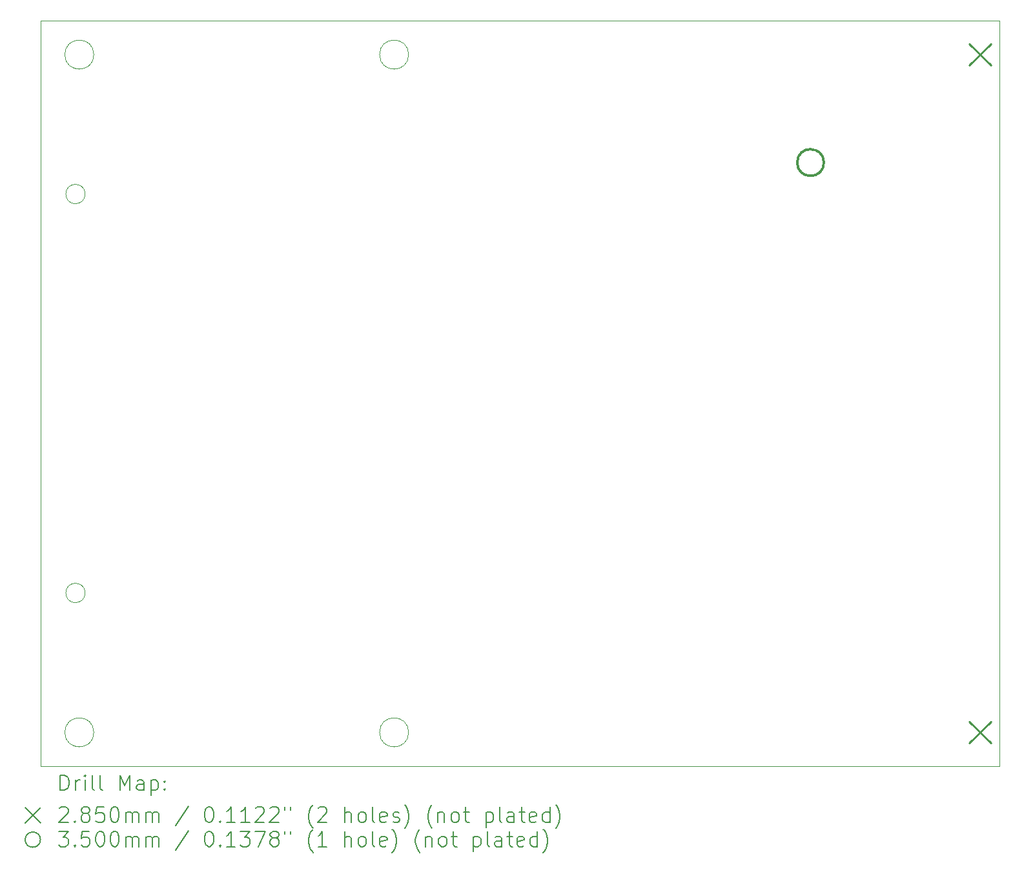
<source format=gbr>
%TF.GenerationSoftware,KiCad,Pcbnew,7.0.5-4d25ed1034~172~ubuntu22.04.1*%
%TF.CreationDate,2023-06-17T18:54:06+02:00*%
%TF.ProjectId,qdisk_v4,71646973-6b5f-4763-942e-6b696361645f,00*%
%TF.SameCoordinates,Original*%
%TF.FileFunction,Drillmap*%
%TF.FilePolarity,Positive*%
%FSLAX45Y45*%
G04 Gerber Fmt 4.5, Leading zero omitted, Abs format (unit mm)*
G04 Created by KiCad (PCBNEW 7.0.5-4d25ed1034~172~ubuntu22.04.1) date 2023-06-17 18:54:06*
%MOMM*%
%LPD*%
G01*
G04 APERTURE LIST*
%ADD10C,0.050000*%
%ADD11C,0.200000*%
%ADD12C,0.285000*%
%ADD13C,0.350000*%
G04 APERTURE END LIST*
D10*
X19761200Y-4495800D02*
X7188200Y-4495800D01*
X7772400Y-6769100D02*
G75*
G03*
X7772400Y-6769100I-127000J0D01*
G01*
X7772400Y-12001500D02*
G75*
G03*
X7772400Y-12001500I-127000J0D01*
G01*
X7886700Y-4940300D02*
G75*
G03*
X7886700Y-4940300I-190500J0D01*
G01*
X12014200Y-13830300D02*
G75*
G03*
X12014200Y-13830300I-190500J0D01*
G01*
X19761200Y-14274800D02*
X19761200Y-4495800D01*
X7188200Y-4495800D02*
X7188200Y-14274800D01*
X12014200Y-4940300D02*
G75*
G03*
X12014200Y-4940300I-190500J0D01*
G01*
X7188200Y-14274800D02*
X19761200Y-14274800D01*
X7886700Y-13830300D02*
G75*
G03*
X7886700Y-13830300I-190500J0D01*
G01*
D11*
D12*
X19364700Y-4797800D02*
X19649700Y-5082800D01*
X19649700Y-4797800D02*
X19364700Y-5082800D01*
X19364700Y-13687800D02*
X19649700Y-13972800D01*
X19649700Y-13687800D02*
X19364700Y-13972800D01*
D13*
X17459700Y-6356300D02*
G75*
G03*
X17459700Y-6356300I-175000J0D01*
G01*
D11*
X7446477Y-14588784D02*
X7446477Y-14388784D01*
X7446477Y-14388784D02*
X7494096Y-14388784D01*
X7494096Y-14388784D02*
X7522667Y-14398308D01*
X7522667Y-14398308D02*
X7541715Y-14417355D01*
X7541715Y-14417355D02*
X7551239Y-14436403D01*
X7551239Y-14436403D02*
X7560762Y-14474498D01*
X7560762Y-14474498D02*
X7560762Y-14503069D01*
X7560762Y-14503069D02*
X7551239Y-14541165D01*
X7551239Y-14541165D02*
X7541715Y-14560212D01*
X7541715Y-14560212D02*
X7522667Y-14579260D01*
X7522667Y-14579260D02*
X7494096Y-14588784D01*
X7494096Y-14588784D02*
X7446477Y-14588784D01*
X7646477Y-14588784D02*
X7646477Y-14455450D01*
X7646477Y-14493546D02*
X7656001Y-14474498D01*
X7656001Y-14474498D02*
X7665524Y-14464974D01*
X7665524Y-14464974D02*
X7684572Y-14455450D01*
X7684572Y-14455450D02*
X7703620Y-14455450D01*
X7770286Y-14588784D02*
X7770286Y-14455450D01*
X7770286Y-14388784D02*
X7760762Y-14398308D01*
X7760762Y-14398308D02*
X7770286Y-14407831D01*
X7770286Y-14407831D02*
X7779810Y-14398308D01*
X7779810Y-14398308D02*
X7770286Y-14388784D01*
X7770286Y-14388784D02*
X7770286Y-14407831D01*
X7894096Y-14588784D02*
X7875048Y-14579260D01*
X7875048Y-14579260D02*
X7865524Y-14560212D01*
X7865524Y-14560212D02*
X7865524Y-14388784D01*
X7998858Y-14588784D02*
X7979810Y-14579260D01*
X7979810Y-14579260D02*
X7970286Y-14560212D01*
X7970286Y-14560212D02*
X7970286Y-14388784D01*
X8227429Y-14588784D02*
X8227429Y-14388784D01*
X8227429Y-14388784D02*
X8294096Y-14531641D01*
X8294096Y-14531641D02*
X8360762Y-14388784D01*
X8360762Y-14388784D02*
X8360762Y-14588784D01*
X8541715Y-14588784D02*
X8541715Y-14484022D01*
X8541715Y-14484022D02*
X8532191Y-14464974D01*
X8532191Y-14464974D02*
X8513144Y-14455450D01*
X8513144Y-14455450D02*
X8475048Y-14455450D01*
X8475048Y-14455450D02*
X8456001Y-14464974D01*
X8541715Y-14579260D02*
X8522667Y-14588784D01*
X8522667Y-14588784D02*
X8475048Y-14588784D01*
X8475048Y-14588784D02*
X8456001Y-14579260D01*
X8456001Y-14579260D02*
X8446477Y-14560212D01*
X8446477Y-14560212D02*
X8446477Y-14541165D01*
X8446477Y-14541165D02*
X8456001Y-14522117D01*
X8456001Y-14522117D02*
X8475048Y-14512593D01*
X8475048Y-14512593D02*
X8522667Y-14512593D01*
X8522667Y-14512593D02*
X8541715Y-14503069D01*
X8636953Y-14455450D02*
X8636953Y-14655450D01*
X8636953Y-14464974D02*
X8656001Y-14455450D01*
X8656001Y-14455450D02*
X8694096Y-14455450D01*
X8694096Y-14455450D02*
X8713144Y-14464974D01*
X8713144Y-14464974D02*
X8722667Y-14474498D01*
X8722667Y-14474498D02*
X8732191Y-14493546D01*
X8732191Y-14493546D02*
X8732191Y-14550688D01*
X8732191Y-14550688D02*
X8722667Y-14569736D01*
X8722667Y-14569736D02*
X8713144Y-14579260D01*
X8713144Y-14579260D02*
X8694096Y-14588784D01*
X8694096Y-14588784D02*
X8656001Y-14588784D01*
X8656001Y-14588784D02*
X8636953Y-14579260D01*
X8817905Y-14569736D02*
X8827429Y-14579260D01*
X8827429Y-14579260D02*
X8817905Y-14588784D01*
X8817905Y-14588784D02*
X8808382Y-14579260D01*
X8808382Y-14579260D02*
X8817905Y-14569736D01*
X8817905Y-14569736D02*
X8817905Y-14588784D01*
X8817905Y-14464974D02*
X8827429Y-14474498D01*
X8827429Y-14474498D02*
X8817905Y-14484022D01*
X8817905Y-14484022D02*
X8808382Y-14474498D01*
X8808382Y-14474498D02*
X8817905Y-14464974D01*
X8817905Y-14464974D02*
X8817905Y-14484022D01*
X6985700Y-14817300D02*
X7185700Y-15017300D01*
X7185700Y-14817300D02*
X6985700Y-15017300D01*
X7436953Y-14827831D02*
X7446477Y-14818308D01*
X7446477Y-14818308D02*
X7465524Y-14808784D01*
X7465524Y-14808784D02*
X7513143Y-14808784D01*
X7513143Y-14808784D02*
X7532191Y-14818308D01*
X7532191Y-14818308D02*
X7541715Y-14827831D01*
X7541715Y-14827831D02*
X7551239Y-14846879D01*
X7551239Y-14846879D02*
X7551239Y-14865927D01*
X7551239Y-14865927D02*
X7541715Y-14894498D01*
X7541715Y-14894498D02*
X7427429Y-15008784D01*
X7427429Y-15008784D02*
X7551239Y-15008784D01*
X7636953Y-14989736D02*
X7646477Y-14999260D01*
X7646477Y-14999260D02*
X7636953Y-15008784D01*
X7636953Y-15008784D02*
X7627429Y-14999260D01*
X7627429Y-14999260D02*
X7636953Y-14989736D01*
X7636953Y-14989736D02*
X7636953Y-15008784D01*
X7760762Y-14894498D02*
X7741715Y-14884974D01*
X7741715Y-14884974D02*
X7732191Y-14875450D01*
X7732191Y-14875450D02*
X7722667Y-14856403D01*
X7722667Y-14856403D02*
X7722667Y-14846879D01*
X7722667Y-14846879D02*
X7732191Y-14827831D01*
X7732191Y-14827831D02*
X7741715Y-14818308D01*
X7741715Y-14818308D02*
X7760762Y-14808784D01*
X7760762Y-14808784D02*
X7798858Y-14808784D01*
X7798858Y-14808784D02*
X7817905Y-14818308D01*
X7817905Y-14818308D02*
X7827429Y-14827831D01*
X7827429Y-14827831D02*
X7836953Y-14846879D01*
X7836953Y-14846879D02*
X7836953Y-14856403D01*
X7836953Y-14856403D02*
X7827429Y-14875450D01*
X7827429Y-14875450D02*
X7817905Y-14884974D01*
X7817905Y-14884974D02*
X7798858Y-14894498D01*
X7798858Y-14894498D02*
X7760762Y-14894498D01*
X7760762Y-14894498D02*
X7741715Y-14904022D01*
X7741715Y-14904022D02*
X7732191Y-14913546D01*
X7732191Y-14913546D02*
X7722667Y-14932593D01*
X7722667Y-14932593D02*
X7722667Y-14970688D01*
X7722667Y-14970688D02*
X7732191Y-14989736D01*
X7732191Y-14989736D02*
X7741715Y-14999260D01*
X7741715Y-14999260D02*
X7760762Y-15008784D01*
X7760762Y-15008784D02*
X7798858Y-15008784D01*
X7798858Y-15008784D02*
X7817905Y-14999260D01*
X7817905Y-14999260D02*
X7827429Y-14989736D01*
X7827429Y-14989736D02*
X7836953Y-14970688D01*
X7836953Y-14970688D02*
X7836953Y-14932593D01*
X7836953Y-14932593D02*
X7827429Y-14913546D01*
X7827429Y-14913546D02*
X7817905Y-14904022D01*
X7817905Y-14904022D02*
X7798858Y-14894498D01*
X8017905Y-14808784D02*
X7922667Y-14808784D01*
X7922667Y-14808784D02*
X7913143Y-14904022D01*
X7913143Y-14904022D02*
X7922667Y-14894498D01*
X7922667Y-14894498D02*
X7941715Y-14884974D01*
X7941715Y-14884974D02*
X7989334Y-14884974D01*
X7989334Y-14884974D02*
X8008382Y-14894498D01*
X8008382Y-14894498D02*
X8017905Y-14904022D01*
X8017905Y-14904022D02*
X8027429Y-14923069D01*
X8027429Y-14923069D02*
X8027429Y-14970688D01*
X8027429Y-14970688D02*
X8017905Y-14989736D01*
X8017905Y-14989736D02*
X8008382Y-14999260D01*
X8008382Y-14999260D02*
X7989334Y-15008784D01*
X7989334Y-15008784D02*
X7941715Y-15008784D01*
X7941715Y-15008784D02*
X7922667Y-14999260D01*
X7922667Y-14999260D02*
X7913143Y-14989736D01*
X8151239Y-14808784D02*
X8170286Y-14808784D01*
X8170286Y-14808784D02*
X8189334Y-14818308D01*
X8189334Y-14818308D02*
X8198858Y-14827831D01*
X8198858Y-14827831D02*
X8208382Y-14846879D01*
X8208382Y-14846879D02*
X8217905Y-14884974D01*
X8217905Y-14884974D02*
X8217905Y-14932593D01*
X8217905Y-14932593D02*
X8208382Y-14970688D01*
X8208382Y-14970688D02*
X8198858Y-14989736D01*
X8198858Y-14989736D02*
X8189334Y-14999260D01*
X8189334Y-14999260D02*
X8170286Y-15008784D01*
X8170286Y-15008784D02*
X8151239Y-15008784D01*
X8151239Y-15008784D02*
X8132191Y-14999260D01*
X8132191Y-14999260D02*
X8122667Y-14989736D01*
X8122667Y-14989736D02*
X8113143Y-14970688D01*
X8113143Y-14970688D02*
X8103620Y-14932593D01*
X8103620Y-14932593D02*
X8103620Y-14884974D01*
X8103620Y-14884974D02*
X8113143Y-14846879D01*
X8113143Y-14846879D02*
X8122667Y-14827831D01*
X8122667Y-14827831D02*
X8132191Y-14818308D01*
X8132191Y-14818308D02*
X8151239Y-14808784D01*
X8303620Y-15008784D02*
X8303620Y-14875450D01*
X8303620Y-14894498D02*
X8313143Y-14884974D01*
X8313143Y-14884974D02*
X8332191Y-14875450D01*
X8332191Y-14875450D02*
X8360763Y-14875450D01*
X8360763Y-14875450D02*
X8379810Y-14884974D01*
X8379810Y-14884974D02*
X8389334Y-14904022D01*
X8389334Y-14904022D02*
X8389334Y-15008784D01*
X8389334Y-14904022D02*
X8398858Y-14884974D01*
X8398858Y-14884974D02*
X8417905Y-14875450D01*
X8417905Y-14875450D02*
X8446477Y-14875450D01*
X8446477Y-14875450D02*
X8465525Y-14884974D01*
X8465525Y-14884974D02*
X8475048Y-14904022D01*
X8475048Y-14904022D02*
X8475048Y-15008784D01*
X8570286Y-15008784D02*
X8570286Y-14875450D01*
X8570286Y-14894498D02*
X8579810Y-14884974D01*
X8579810Y-14884974D02*
X8598858Y-14875450D01*
X8598858Y-14875450D02*
X8627429Y-14875450D01*
X8627429Y-14875450D02*
X8646477Y-14884974D01*
X8646477Y-14884974D02*
X8656001Y-14904022D01*
X8656001Y-14904022D02*
X8656001Y-15008784D01*
X8656001Y-14904022D02*
X8665525Y-14884974D01*
X8665525Y-14884974D02*
X8684572Y-14875450D01*
X8684572Y-14875450D02*
X8713144Y-14875450D01*
X8713144Y-14875450D02*
X8732191Y-14884974D01*
X8732191Y-14884974D02*
X8741715Y-14904022D01*
X8741715Y-14904022D02*
X8741715Y-15008784D01*
X9132191Y-14799260D02*
X8960763Y-15056403D01*
X9389334Y-14808784D02*
X9408382Y-14808784D01*
X9408382Y-14808784D02*
X9427429Y-14818308D01*
X9427429Y-14818308D02*
X9436953Y-14827831D01*
X9436953Y-14827831D02*
X9446477Y-14846879D01*
X9446477Y-14846879D02*
X9456001Y-14884974D01*
X9456001Y-14884974D02*
X9456001Y-14932593D01*
X9456001Y-14932593D02*
X9446477Y-14970688D01*
X9446477Y-14970688D02*
X9436953Y-14989736D01*
X9436953Y-14989736D02*
X9427429Y-14999260D01*
X9427429Y-14999260D02*
X9408382Y-15008784D01*
X9408382Y-15008784D02*
X9389334Y-15008784D01*
X9389334Y-15008784D02*
X9370287Y-14999260D01*
X9370287Y-14999260D02*
X9360763Y-14989736D01*
X9360763Y-14989736D02*
X9351239Y-14970688D01*
X9351239Y-14970688D02*
X9341715Y-14932593D01*
X9341715Y-14932593D02*
X9341715Y-14884974D01*
X9341715Y-14884974D02*
X9351239Y-14846879D01*
X9351239Y-14846879D02*
X9360763Y-14827831D01*
X9360763Y-14827831D02*
X9370287Y-14818308D01*
X9370287Y-14818308D02*
X9389334Y-14808784D01*
X9541715Y-14989736D02*
X9551239Y-14999260D01*
X9551239Y-14999260D02*
X9541715Y-15008784D01*
X9541715Y-15008784D02*
X9532191Y-14999260D01*
X9532191Y-14999260D02*
X9541715Y-14989736D01*
X9541715Y-14989736D02*
X9541715Y-15008784D01*
X9741715Y-15008784D02*
X9627429Y-15008784D01*
X9684572Y-15008784D02*
X9684572Y-14808784D01*
X9684572Y-14808784D02*
X9665525Y-14837355D01*
X9665525Y-14837355D02*
X9646477Y-14856403D01*
X9646477Y-14856403D02*
X9627429Y-14865927D01*
X9932191Y-15008784D02*
X9817906Y-15008784D01*
X9875048Y-15008784D02*
X9875048Y-14808784D01*
X9875048Y-14808784D02*
X9856001Y-14837355D01*
X9856001Y-14837355D02*
X9836953Y-14856403D01*
X9836953Y-14856403D02*
X9817906Y-14865927D01*
X10008382Y-14827831D02*
X10017906Y-14818308D01*
X10017906Y-14818308D02*
X10036953Y-14808784D01*
X10036953Y-14808784D02*
X10084572Y-14808784D01*
X10084572Y-14808784D02*
X10103620Y-14818308D01*
X10103620Y-14818308D02*
X10113144Y-14827831D01*
X10113144Y-14827831D02*
X10122668Y-14846879D01*
X10122668Y-14846879D02*
X10122668Y-14865927D01*
X10122668Y-14865927D02*
X10113144Y-14894498D01*
X10113144Y-14894498D02*
X9998858Y-15008784D01*
X9998858Y-15008784D02*
X10122668Y-15008784D01*
X10198858Y-14827831D02*
X10208382Y-14818308D01*
X10208382Y-14818308D02*
X10227429Y-14808784D01*
X10227429Y-14808784D02*
X10275049Y-14808784D01*
X10275049Y-14808784D02*
X10294096Y-14818308D01*
X10294096Y-14818308D02*
X10303620Y-14827831D01*
X10303620Y-14827831D02*
X10313144Y-14846879D01*
X10313144Y-14846879D02*
X10313144Y-14865927D01*
X10313144Y-14865927D02*
X10303620Y-14894498D01*
X10303620Y-14894498D02*
X10189334Y-15008784D01*
X10189334Y-15008784D02*
X10313144Y-15008784D01*
X10389334Y-14808784D02*
X10389334Y-14846879D01*
X10465525Y-14808784D02*
X10465525Y-14846879D01*
X10760763Y-15084974D02*
X10751239Y-15075450D01*
X10751239Y-15075450D02*
X10732191Y-15046879D01*
X10732191Y-15046879D02*
X10722668Y-15027831D01*
X10722668Y-15027831D02*
X10713144Y-14999260D01*
X10713144Y-14999260D02*
X10703620Y-14951641D01*
X10703620Y-14951641D02*
X10703620Y-14913546D01*
X10703620Y-14913546D02*
X10713144Y-14865927D01*
X10713144Y-14865927D02*
X10722668Y-14837355D01*
X10722668Y-14837355D02*
X10732191Y-14818308D01*
X10732191Y-14818308D02*
X10751239Y-14789736D01*
X10751239Y-14789736D02*
X10760763Y-14780212D01*
X10827430Y-14827831D02*
X10836953Y-14818308D01*
X10836953Y-14818308D02*
X10856001Y-14808784D01*
X10856001Y-14808784D02*
X10903620Y-14808784D01*
X10903620Y-14808784D02*
X10922668Y-14818308D01*
X10922668Y-14818308D02*
X10932191Y-14827831D01*
X10932191Y-14827831D02*
X10941715Y-14846879D01*
X10941715Y-14846879D02*
X10941715Y-14865927D01*
X10941715Y-14865927D02*
X10932191Y-14894498D01*
X10932191Y-14894498D02*
X10817906Y-15008784D01*
X10817906Y-15008784D02*
X10941715Y-15008784D01*
X11179811Y-15008784D02*
X11179811Y-14808784D01*
X11265525Y-15008784D02*
X11265525Y-14904022D01*
X11265525Y-14904022D02*
X11256001Y-14884974D01*
X11256001Y-14884974D02*
X11236953Y-14875450D01*
X11236953Y-14875450D02*
X11208382Y-14875450D01*
X11208382Y-14875450D02*
X11189334Y-14884974D01*
X11189334Y-14884974D02*
X11179811Y-14894498D01*
X11389334Y-15008784D02*
X11370287Y-14999260D01*
X11370287Y-14999260D02*
X11360763Y-14989736D01*
X11360763Y-14989736D02*
X11351239Y-14970688D01*
X11351239Y-14970688D02*
X11351239Y-14913546D01*
X11351239Y-14913546D02*
X11360763Y-14894498D01*
X11360763Y-14894498D02*
X11370287Y-14884974D01*
X11370287Y-14884974D02*
X11389334Y-14875450D01*
X11389334Y-14875450D02*
X11417906Y-14875450D01*
X11417906Y-14875450D02*
X11436953Y-14884974D01*
X11436953Y-14884974D02*
X11446477Y-14894498D01*
X11446477Y-14894498D02*
X11456001Y-14913546D01*
X11456001Y-14913546D02*
X11456001Y-14970688D01*
X11456001Y-14970688D02*
X11446477Y-14989736D01*
X11446477Y-14989736D02*
X11436953Y-14999260D01*
X11436953Y-14999260D02*
X11417906Y-15008784D01*
X11417906Y-15008784D02*
X11389334Y-15008784D01*
X11570287Y-15008784D02*
X11551239Y-14999260D01*
X11551239Y-14999260D02*
X11541715Y-14980212D01*
X11541715Y-14980212D02*
X11541715Y-14808784D01*
X11722668Y-14999260D02*
X11703620Y-15008784D01*
X11703620Y-15008784D02*
X11665525Y-15008784D01*
X11665525Y-15008784D02*
X11646477Y-14999260D01*
X11646477Y-14999260D02*
X11636953Y-14980212D01*
X11636953Y-14980212D02*
X11636953Y-14904022D01*
X11636953Y-14904022D02*
X11646477Y-14884974D01*
X11646477Y-14884974D02*
X11665525Y-14875450D01*
X11665525Y-14875450D02*
X11703620Y-14875450D01*
X11703620Y-14875450D02*
X11722668Y-14884974D01*
X11722668Y-14884974D02*
X11732191Y-14904022D01*
X11732191Y-14904022D02*
X11732191Y-14923069D01*
X11732191Y-14923069D02*
X11636953Y-14942117D01*
X11808382Y-14999260D02*
X11827430Y-15008784D01*
X11827430Y-15008784D02*
X11865525Y-15008784D01*
X11865525Y-15008784D02*
X11884572Y-14999260D01*
X11884572Y-14999260D02*
X11894096Y-14980212D01*
X11894096Y-14980212D02*
X11894096Y-14970688D01*
X11894096Y-14970688D02*
X11884572Y-14951641D01*
X11884572Y-14951641D02*
X11865525Y-14942117D01*
X11865525Y-14942117D02*
X11836953Y-14942117D01*
X11836953Y-14942117D02*
X11817906Y-14932593D01*
X11817906Y-14932593D02*
X11808382Y-14913546D01*
X11808382Y-14913546D02*
X11808382Y-14904022D01*
X11808382Y-14904022D02*
X11817906Y-14884974D01*
X11817906Y-14884974D02*
X11836953Y-14875450D01*
X11836953Y-14875450D02*
X11865525Y-14875450D01*
X11865525Y-14875450D02*
X11884572Y-14884974D01*
X11960763Y-15084974D02*
X11970287Y-15075450D01*
X11970287Y-15075450D02*
X11989334Y-15046879D01*
X11989334Y-15046879D02*
X11998858Y-15027831D01*
X11998858Y-15027831D02*
X12008382Y-14999260D01*
X12008382Y-14999260D02*
X12017906Y-14951641D01*
X12017906Y-14951641D02*
X12017906Y-14913546D01*
X12017906Y-14913546D02*
X12008382Y-14865927D01*
X12008382Y-14865927D02*
X11998858Y-14837355D01*
X11998858Y-14837355D02*
X11989334Y-14818308D01*
X11989334Y-14818308D02*
X11970287Y-14789736D01*
X11970287Y-14789736D02*
X11960763Y-14780212D01*
X12322668Y-15084974D02*
X12313144Y-15075450D01*
X12313144Y-15075450D02*
X12294096Y-15046879D01*
X12294096Y-15046879D02*
X12284572Y-15027831D01*
X12284572Y-15027831D02*
X12275049Y-14999260D01*
X12275049Y-14999260D02*
X12265525Y-14951641D01*
X12265525Y-14951641D02*
X12265525Y-14913546D01*
X12265525Y-14913546D02*
X12275049Y-14865927D01*
X12275049Y-14865927D02*
X12284572Y-14837355D01*
X12284572Y-14837355D02*
X12294096Y-14818308D01*
X12294096Y-14818308D02*
X12313144Y-14789736D01*
X12313144Y-14789736D02*
X12322668Y-14780212D01*
X12398858Y-14875450D02*
X12398858Y-15008784D01*
X12398858Y-14894498D02*
X12408382Y-14884974D01*
X12408382Y-14884974D02*
X12427430Y-14875450D01*
X12427430Y-14875450D02*
X12456001Y-14875450D01*
X12456001Y-14875450D02*
X12475049Y-14884974D01*
X12475049Y-14884974D02*
X12484572Y-14904022D01*
X12484572Y-14904022D02*
X12484572Y-15008784D01*
X12608382Y-15008784D02*
X12589334Y-14999260D01*
X12589334Y-14999260D02*
X12579811Y-14989736D01*
X12579811Y-14989736D02*
X12570287Y-14970688D01*
X12570287Y-14970688D02*
X12570287Y-14913546D01*
X12570287Y-14913546D02*
X12579811Y-14894498D01*
X12579811Y-14894498D02*
X12589334Y-14884974D01*
X12589334Y-14884974D02*
X12608382Y-14875450D01*
X12608382Y-14875450D02*
X12636953Y-14875450D01*
X12636953Y-14875450D02*
X12656001Y-14884974D01*
X12656001Y-14884974D02*
X12665525Y-14894498D01*
X12665525Y-14894498D02*
X12675049Y-14913546D01*
X12675049Y-14913546D02*
X12675049Y-14970688D01*
X12675049Y-14970688D02*
X12665525Y-14989736D01*
X12665525Y-14989736D02*
X12656001Y-14999260D01*
X12656001Y-14999260D02*
X12636953Y-15008784D01*
X12636953Y-15008784D02*
X12608382Y-15008784D01*
X12732192Y-14875450D02*
X12808382Y-14875450D01*
X12760763Y-14808784D02*
X12760763Y-14980212D01*
X12760763Y-14980212D02*
X12770287Y-14999260D01*
X12770287Y-14999260D02*
X12789334Y-15008784D01*
X12789334Y-15008784D02*
X12808382Y-15008784D01*
X13027430Y-14875450D02*
X13027430Y-15075450D01*
X13027430Y-14884974D02*
X13046477Y-14875450D01*
X13046477Y-14875450D02*
X13084573Y-14875450D01*
X13084573Y-14875450D02*
X13103620Y-14884974D01*
X13103620Y-14884974D02*
X13113144Y-14894498D01*
X13113144Y-14894498D02*
X13122668Y-14913546D01*
X13122668Y-14913546D02*
X13122668Y-14970688D01*
X13122668Y-14970688D02*
X13113144Y-14989736D01*
X13113144Y-14989736D02*
X13103620Y-14999260D01*
X13103620Y-14999260D02*
X13084573Y-15008784D01*
X13084573Y-15008784D02*
X13046477Y-15008784D01*
X13046477Y-15008784D02*
X13027430Y-14999260D01*
X13236953Y-15008784D02*
X13217906Y-14999260D01*
X13217906Y-14999260D02*
X13208382Y-14980212D01*
X13208382Y-14980212D02*
X13208382Y-14808784D01*
X13398858Y-15008784D02*
X13398858Y-14904022D01*
X13398858Y-14904022D02*
X13389334Y-14884974D01*
X13389334Y-14884974D02*
X13370287Y-14875450D01*
X13370287Y-14875450D02*
X13332192Y-14875450D01*
X13332192Y-14875450D02*
X13313144Y-14884974D01*
X13398858Y-14999260D02*
X13379811Y-15008784D01*
X13379811Y-15008784D02*
X13332192Y-15008784D01*
X13332192Y-15008784D02*
X13313144Y-14999260D01*
X13313144Y-14999260D02*
X13303620Y-14980212D01*
X13303620Y-14980212D02*
X13303620Y-14961165D01*
X13303620Y-14961165D02*
X13313144Y-14942117D01*
X13313144Y-14942117D02*
X13332192Y-14932593D01*
X13332192Y-14932593D02*
X13379811Y-14932593D01*
X13379811Y-14932593D02*
X13398858Y-14923069D01*
X13465525Y-14875450D02*
X13541715Y-14875450D01*
X13494096Y-14808784D02*
X13494096Y-14980212D01*
X13494096Y-14980212D02*
X13503620Y-14999260D01*
X13503620Y-14999260D02*
X13522668Y-15008784D01*
X13522668Y-15008784D02*
X13541715Y-15008784D01*
X13684573Y-14999260D02*
X13665525Y-15008784D01*
X13665525Y-15008784D02*
X13627430Y-15008784D01*
X13627430Y-15008784D02*
X13608382Y-14999260D01*
X13608382Y-14999260D02*
X13598858Y-14980212D01*
X13598858Y-14980212D02*
X13598858Y-14904022D01*
X13598858Y-14904022D02*
X13608382Y-14884974D01*
X13608382Y-14884974D02*
X13627430Y-14875450D01*
X13627430Y-14875450D02*
X13665525Y-14875450D01*
X13665525Y-14875450D02*
X13684573Y-14884974D01*
X13684573Y-14884974D02*
X13694096Y-14904022D01*
X13694096Y-14904022D02*
X13694096Y-14923069D01*
X13694096Y-14923069D02*
X13598858Y-14942117D01*
X13865525Y-15008784D02*
X13865525Y-14808784D01*
X13865525Y-14999260D02*
X13846477Y-15008784D01*
X13846477Y-15008784D02*
X13808382Y-15008784D01*
X13808382Y-15008784D02*
X13789334Y-14999260D01*
X13789334Y-14999260D02*
X13779811Y-14989736D01*
X13779811Y-14989736D02*
X13770287Y-14970688D01*
X13770287Y-14970688D02*
X13770287Y-14913546D01*
X13770287Y-14913546D02*
X13779811Y-14894498D01*
X13779811Y-14894498D02*
X13789334Y-14884974D01*
X13789334Y-14884974D02*
X13808382Y-14875450D01*
X13808382Y-14875450D02*
X13846477Y-14875450D01*
X13846477Y-14875450D02*
X13865525Y-14884974D01*
X13941715Y-15084974D02*
X13951239Y-15075450D01*
X13951239Y-15075450D02*
X13970287Y-15046879D01*
X13970287Y-15046879D02*
X13979811Y-15027831D01*
X13979811Y-15027831D02*
X13989334Y-14999260D01*
X13989334Y-14999260D02*
X13998858Y-14951641D01*
X13998858Y-14951641D02*
X13998858Y-14913546D01*
X13998858Y-14913546D02*
X13989334Y-14865927D01*
X13989334Y-14865927D02*
X13979811Y-14837355D01*
X13979811Y-14837355D02*
X13970287Y-14818308D01*
X13970287Y-14818308D02*
X13951239Y-14789736D01*
X13951239Y-14789736D02*
X13941715Y-14780212D01*
X7185700Y-15237300D02*
G75*
G03*
X7185700Y-15237300I-100000J0D01*
G01*
X7427429Y-15128784D02*
X7551239Y-15128784D01*
X7551239Y-15128784D02*
X7484572Y-15204974D01*
X7484572Y-15204974D02*
X7513143Y-15204974D01*
X7513143Y-15204974D02*
X7532191Y-15214498D01*
X7532191Y-15214498D02*
X7541715Y-15224022D01*
X7541715Y-15224022D02*
X7551239Y-15243069D01*
X7551239Y-15243069D02*
X7551239Y-15290688D01*
X7551239Y-15290688D02*
X7541715Y-15309736D01*
X7541715Y-15309736D02*
X7532191Y-15319260D01*
X7532191Y-15319260D02*
X7513143Y-15328784D01*
X7513143Y-15328784D02*
X7456001Y-15328784D01*
X7456001Y-15328784D02*
X7436953Y-15319260D01*
X7436953Y-15319260D02*
X7427429Y-15309736D01*
X7636953Y-15309736D02*
X7646477Y-15319260D01*
X7646477Y-15319260D02*
X7636953Y-15328784D01*
X7636953Y-15328784D02*
X7627429Y-15319260D01*
X7627429Y-15319260D02*
X7636953Y-15309736D01*
X7636953Y-15309736D02*
X7636953Y-15328784D01*
X7827429Y-15128784D02*
X7732191Y-15128784D01*
X7732191Y-15128784D02*
X7722667Y-15224022D01*
X7722667Y-15224022D02*
X7732191Y-15214498D01*
X7732191Y-15214498D02*
X7751239Y-15204974D01*
X7751239Y-15204974D02*
X7798858Y-15204974D01*
X7798858Y-15204974D02*
X7817905Y-15214498D01*
X7817905Y-15214498D02*
X7827429Y-15224022D01*
X7827429Y-15224022D02*
X7836953Y-15243069D01*
X7836953Y-15243069D02*
X7836953Y-15290688D01*
X7836953Y-15290688D02*
X7827429Y-15309736D01*
X7827429Y-15309736D02*
X7817905Y-15319260D01*
X7817905Y-15319260D02*
X7798858Y-15328784D01*
X7798858Y-15328784D02*
X7751239Y-15328784D01*
X7751239Y-15328784D02*
X7732191Y-15319260D01*
X7732191Y-15319260D02*
X7722667Y-15309736D01*
X7960762Y-15128784D02*
X7979810Y-15128784D01*
X7979810Y-15128784D02*
X7998858Y-15138308D01*
X7998858Y-15138308D02*
X8008382Y-15147831D01*
X8008382Y-15147831D02*
X8017905Y-15166879D01*
X8017905Y-15166879D02*
X8027429Y-15204974D01*
X8027429Y-15204974D02*
X8027429Y-15252593D01*
X8027429Y-15252593D02*
X8017905Y-15290688D01*
X8017905Y-15290688D02*
X8008382Y-15309736D01*
X8008382Y-15309736D02*
X7998858Y-15319260D01*
X7998858Y-15319260D02*
X7979810Y-15328784D01*
X7979810Y-15328784D02*
X7960762Y-15328784D01*
X7960762Y-15328784D02*
X7941715Y-15319260D01*
X7941715Y-15319260D02*
X7932191Y-15309736D01*
X7932191Y-15309736D02*
X7922667Y-15290688D01*
X7922667Y-15290688D02*
X7913143Y-15252593D01*
X7913143Y-15252593D02*
X7913143Y-15204974D01*
X7913143Y-15204974D02*
X7922667Y-15166879D01*
X7922667Y-15166879D02*
X7932191Y-15147831D01*
X7932191Y-15147831D02*
X7941715Y-15138308D01*
X7941715Y-15138308D02*
X7960762Y-15128784D01*
X8151239Y-15128784D02*
X8170286Y-15128784D01*
X8170286Y-15128784D02*
X8189334Y-15138308D01*
X8189334Y-15138308D02*
X8198858Y-15147831D01*
X8198858Y-15147831D02*
X8208382Y-15166879D01*
X8208382Y-15166879D02*
X8217905Y-15204974D01*
X8217905Y-15204974D02*
X8217905Y-15252593D01*
X8217905Y-15252593D02*
X8208382Y-15290688D01*
X8208382Y-15290688D02*
X8198858Y-15309736D01*
X8198858Y-15309736D02*
X8189334Y-15319260D01*
X8189334Y-15319260D02*
X8170286Y-15328784D01*
X8170286Y-15328784D02*
X8151239Y-15328784D01*
X8151239Y-15328784D02*
X8132191Y-15319260D01*
X8132191Y-15319260D02*
X8122667Y-15309736D01*
X8122667Y-15309736D02*
X8113143Y-15290688D01*
X8113143Y-15290688D02*
X8103620Y-15252593D01*
X8103620Y-15252593D02*
X8103620Y-15204974D01*
X8103620Y-15204974D02*
X8113143Y-15166879D01*
X8113143Y-15166879D02*
X8122667Y-15147831D01*
X8122667Y-15147831D02*
X8132191Y-15138308D01*
X8132191Y-15138308D02*
X8151239Y-15128784D01*
X8303620Y-15328784D02*
X8303620Y-15195450D01*
X8303620Y-15214498D02*
X8313143Y-15204974D01*
X8313143Y-15204974D02*
X8332191Y-15195450D01*
X8332191Y-15195450D02*
X8360763Y-15195450D01*
X8360763Y-15195450D02*
X8379810Y-15204974D01*
X8379810Y-15204974D02*
X8389334Y-15224022D01*
X8389334Y-15224022D02*
X8389334Y-15328784D01*
X8389334Y-15224022D02*
X8398858Y-15204974D01*
X8398858Y-15204974D02*
X8417905Y-15195450D01*
X8417905Y-15195450D02*
X8446477Y-15195450D01*
X8446477Y-15195450D02*
X8465525Y-15204974D01*
X8465525Y-15204974D02*
X8475048Y-15224022D01*
X8475048Y-15224022D02*
X8475048Y-15328784D01*
X8570286Y-15328784D02*
X8570286Y-15195450D01*
X8570286Y-15214498D02*
X8579810Y-15204974D01*
X8579810Y-15204974D02*
X8598858Y-15195450D01*
X8598858Y-15195450D02*
X8627429Y-15195450D01*
X8627429Y-15195450D02*
X8646477Y-15204974D01*
X8646477Y-15204974D02*
X8656001Y-15224022D01*
X8656001Y-15224022D02*
X8656001Y-15328784D01*
X8656001Y-15224022D02*
X8665525Y-15204974D01*
X8665525Y-15204974D02*
X8684572Y-15195450D01*
X8684572Y-15195450D02*
X8713144Y-15195450D01*
X8713144Y-15195450D02*
X8732191Y-15204974D01*
X8732191Y-15204974D02*
X8741715Y-15224022D01*
X8741715Y-15224022D02*
X8741715Y-15328784D01*
X9132191Y-15119260D02*
X8960763Y-15376403D01*
X9389334Y-15128784D02*
X9408382Y-15128784D01*
X9408382Y-15128784D02*
X9427429Y-15138308D01*
X9427429Y-15138308D02*
X9436953Y-15147831D01*
X9436953Y-15147831D02*
X9446477Y-15166879D01*
X9446477Y-15166879D02*
X9456001Y-15204974D01*
X9456001Y-15204974D02*
X9456001Y-15252593D01*
X9456001Y-15252593D02*
X9446477Y-15290688D01*
X9446477Y-15290688D02*
X9436953Y-15309736D01*
X9436953Y-15309736D02*
X9427429Y-15319260D01*
X9427429Y-15319260D02*
X9408382Y-15328784D01*
X9408382Y-15328784D02*
X9389334Y-15328784D01*
X9389334Y-15328784D02*
X9370287Y-15319260D01*
X9370287Y-15319260D02*
X9360763Y-15309736D01*
X9360763Y-15309736D02*
X9351239Y-15290688D01*
X9351239Y-15290688D02*
X9341715Y-15252593D01*
X9341715Y-15252593D02*
X9341715Y-15204974D01*
X9341715Y-15204974D02*
X9351239Y-15166879D01*
X9351239Y-15166879D02*
X9360763Y-15147831D01*
X9360763Y-15147831D02*
X9370287Y-15138308D01*
X9370287Y-15138308D02*
X9389334Y-15128784D01*
X9541715Y-15309736D02*
X9551239Y-15319260D01*
X9551239Y-15319260D02*
X9541715Y-15328784D01*
X9541715Y-15328784D02*
X9532191Y-15319260D01*
X9532191Y-15319260D02*
X9541715Y-15309736D01*
X9541715Y-15309736D02*
X9541715Y-15328784D01*
X9741715Y-15328784D02*
X9627429Y-15328784D01*
X9684572Y-15328784D02*
X9684572Y-15128784D01*
X9684572Y-15128784D02*
X9665525Y-15157355D01*
X9665525Y-15157355D02*
X9646477Y-15176403D01*
X9646477Y-15176403D02*
X9627429Y-15185927D01*
X9808382Y-15128784D02*
X9932191Y-15128784D01*
X9932191Y-15128784D02*
X9865525Y-15204974D01*
X9865525Y-15204974D02*
X9894096Y-15204974D01*
X9894096Y-15204974D02*
X9913144Y-15214498D01*
X9913144Y-15214498D02*
X9922668Y-15224022D01*
X9922668Y-15224022D02*
X9932191Y-15243069D01*
X9932191Y-15243069D02*
X9932191Y-15290688D01*
X9932191Y-15290688D02*
X9922668Y-15309736D01*
X9922668Y-15309736D02*
X9913144Y-15319260D01*
X9913144Y-15319260D02*
X9894096Y-15328784D01*
X9894096Y-15328784D02*
X9836953Y-15328784D01*
X9836953Y-15328784D02*
X9817906Y-15319260D01*
X9817906Y-15319260D02*
X9808382Y-15309736D01*
X9998858Y-15128784D02*
X10132191Y-15128784D01*
X10132191Y-15128784D02*
X10046477Y-15328784D01*
X10236953Y-15214498D02*
X10217906Y-15204974D01*
X10217906Y-15204974D02*
X10208382Y-15195450D01*
X10208382Y-15195450D02*
X10198858Y-15176403D01*
X10198858Y-15176403D02*
X10198858Y-15166879D01*
X10198858Y-15166879D02*
X10208382Y-15147831D01*
X10208382Y-15147831D02*
X10217906Y-15138308D01*
X10217906Y-15138308D02*
X10236953Y-15128784D01*
X10236953Y-15128784D02*
X10275049Y-15128784D01*
X10275049Y-15128784D02*
X10294096Y-15138308D01*
X10294096Y-15138308D02*
X10303620Y-15147831D01*
X10303620Y-15147831D02*
X10313144Y-15166879D01*
X10313144Y-15166879D02*
X10313144Y-15176403D01*
X10313144Y-15176403D02*
X10303620Y-15195450D01*
X10303620Y-15195450D02*
X10294096Y-15204974D01*
X10294096Y-15204974D02*
X10275049Y-15214498D01*
X10275049Y-15214498D02*
X10236953Y-15214498D01*
X10236953Y-15214498D02*
X10217906Y-15224022D01*
X10217906Y-15224022D02*
X10208382Y-15233546D01*
X10208382Y-15233546D02*
X10198858Y-15252593D01*
X10198858Y-15252593D02*
X10198858Y-15290688D01*
X10198858Y-15290688D02*
X10208382Y-15309736D01*
X10208382Y-15309736D02*
X10217906Y-15319260D01*
X10217906Y-15319260D02*
X10236953Y-15328784D01*
X10236953Y-15328784D02*
X10275049Y-15328784D01*
X10275049Y-15328784D02*
X10294096Y-15319260D01*
X10294096Y-15319260D02*
X10303620Y-15309736D01*
X10303620Y-15309736D02*
X10313144Y-15290688D01*
X10313144Y-15290688D02*
X10313144Y-15252593D01*
X10313144Y-15252593D02*
X10303620Y-15233546D01*
X10303620Y-15233546D02*
X10294096Y-15224022D01*
X10294096Y-15224022D02*
X10275049Y-15214498D01*
X10389334Y-15128784D02*
X10389334Y-15166879D01*
X10465525Y-15128784D02*
X10465525Y-15166879D01*
X10760763Y-15404974D02*
X10751239Y-15395450D01*
X10751239Y-15395450D02*
X10732191Y-15366879D01*
X10732191Y-15366879D02*
X10722668Y-15347831D01*
X10722668Y-15347831D02*
X10713144Y-15319260D01*
X10713144Y-15319260D02*
X10703620Y-15271641D01*
X10703620Y-15271641D02*
X10703620Y-15233546D01*
X10703620Y-15233546D02*
X10713144Y-15185927D01*
X10713144Y-15185927D02*
X10722668Y-15157355D01*
X10722668Y-15157355D02*
X10732191Y-15138308D01*
X10732191Y-15138308D02*
X10751239Y-15109736D01*
X10751239Y-15109736D02*
X10760763Y-15100212D01*
X10941715Y-15328784D02*
X10827430Y-15328784D01*
X10884572Y-15328784D02*
X10884572Y-15128784D01*
X10884572Y-15128784D02*
X10865525Y-15157355D01*
X10865525Y-15157355D02*
X10846477Y-15176403D01*
X10846477Y-15176403D02*
X10827430Y-15185927D01*
X11179811Y-15328784D02*
X11179811Y-15128784D01*
X11265525Y-15328784D02*
X11265525Y-15224022D01*
X11265525Y-15224022D02*
X11256001Y-15204974D01*
X11256001Y-15204974D02*
X11236953Y-15195450D01*
X11236953Y-15195450D02*
X11208382Y-15195450D01*
X11208382Y-15195450D02*
X11189334Y-15204974D01*
X11189334Y-15204974D02*
X11179811Y-15214498D01*
X11389334Y-15328784D02*
X11370287Y-15319260D01*
X11370287Y-15319260D02*
X11360763Y-15309736D01*
X11360763Y-15309736D02*
X11351239Y-15290688D01*
X11351239Y-15290688D02*
X11351239Y-15233546D01*
X11351239Y-15233546D02*
X11360763Y-15214498D01*
X11360763Y-15214498D02*
X11370287Y-15204974D01*
X11370287Y-15204974D02*
X11389334Y-15195450D01*
X11389334Y-15195450D02*
X11417906Y-15195450D01*
X11417906Y-15195450D02*
X11436953Y-15204974D01*
X11436953Y-15204974D02*
X11446477Y-15214498D01*
X11446477Y-15214498D02*
X11456001Y-15233546D01*
X11456001Y-15233546D02*
X11456001Y-15290688D01*
X11456001Y-15290688D02*
X11446477Y-15309736D01*
X11446477Y-15309736D02*
X11436953Y-15319260D01*
X11436953Y-15319260D02*
X11417906Y-15328784D01*
X11417906Y-15328784D02*
X11389334Y-15328784D01*
X11570287Y-15328784D02*
X11551239Y-15319260D01*
X11551239Y-15319260D02*
X11541715Y-15300212D01*
X11541715Y-15300212D02*
X11541715Y-15128784D01*
X11722668Y-15319260D02*
X11703620Y-15328784D01*
X11703620Y-15328784D02*
X11665525Y-15328784D01*
X11665525Y-15328784D02*
X11646477Y-15319260D01*
X11646477Y-15319260D02*
X11636953Y-15300212D01*
X11636953Y-15300212D02*
X11636953Y-15224022D01*
X11636953Y-15224022D02*
X11646477Y-15204974D01*
X11646477Y-15204974D02*
X11665525Y-15195450D01*
X11665525Y-15195450D02*
X11703620Y-15195450D01*
X11703620Y-15195450D02*
X11722668Y-15204974D01*
X11722668Y-15204974D02*
X11732191Y-15224022D01*
X11732191Y-15224022D02*
X11732191Y-15243069D01*
X11732191Y-15243069D02*
X11636953Y-15262117D01*
X11798858Y-15404974D02*
X11808382Y-15395450D01*
X11808382Y-15395450D02*
X11827430Y-15366879D01*
X11827430Y-15366879D02*
X11836953Y-15347831D01*
X11836953Y-15347831D02*
X11846477Y-15319260D01*
X11846477Y-15319260D02*
X11856001Y-15271641D01*
X11856001Y-15271641D02*
X11856001Y-15233546D01*
X11856001Y-15233546D02*
X11846477Y-15185927D01*
X11846477Y-15185927D02*
X11836953Y-15157355D01*
X11836953Y-15157355D02*
X11827430Y-15138308D01*
X11827430Y-15138308D02*
X11808382Y-15109736D01*
X11808382Y-15109736D02*
X11798858Y-15100212D01*
X12160763Y-15404974D02*
X12151239Y-15395450D01*
X12151239Y-15395450D02*
X12132191Y-15366879D01*
X12132191Y-15366879D02*
X12122668Y-15347831D01*
X12122668Y-15347831D02*
X12113144Y-15319260D01*
X12113144Y-15319260D02*
X12103620Y-15271641D01*
X12103620Y-15271641D02*
X12103620Y-15233546D01*
X12103620Y-15233546D02*
X12113144Y-15185927D01*
X12113144Y-15185927D02*
X12122668Y-15157355D01*
X12122668Y-15157355D02*
X12132191Y-15138308D01*
X12132191Y-15138308D02*
X12151239Y-15109736D01*
X12151239Y-15109736D02*
X12160763Y-15100212D01*
X12236953Y-15195450D02*
X12236953Y-15328784D01*
X12236953Y-15214498D02*
X12246477Y-15204974D01*
X12246477Y-15204974D02*
X12265525Y-15195450D01*
X12265525Y-15195450D02*
X12294096Y-15195450D01*
X12294096Y-15195450D02*
X12313144Y-15204974D01*
X12313144Y-15204974D02*
X12322668Y-15224022D01*
X12322668Y-15224022D02*
X12322668Y-15328784D01*
X12446477Y-15328784D02*
X12427430Y-15319260D01*
X12427430Y-15319260D02*
X12417906Y-15309736D01*
X12417906Y-15309736D02*
X12408382Y-15290688D01*
X12408382Y-15290688D02*
X12408382Y-15233546D01*
X12408382Y-15233546D02*
X12417906Y-15214498D01*
X12417906Y-15214498D02*
X12427430Y-15204974D01*
X12427430Y-15204974D02*
X12446477Y-15195450D01*
X12446477Y-15195450D02*
X12475049Y-15195450D01*
X12475049Y-15195450D02*
X12494096Y-15204974D01*
X12494096Y-15204974D02*
X12503620Y-15214498D01*
X12503620Y-15214498D02*
X12513144Y-15233546D01*
X12513144Y-15233546D02*
X12513144Y-15290688D01*
X12513144Y-15290688D02*
X12503620Y-15309736D01*
X12503620Y-15309736D02*
X12494096Y-15319260D01*
X12494096Y-15319260D02*
X12475049Y-15328784D01*
X12475049Y-15328784D02*
X12446477Y-15328784D01*
X12570287Y-15195450D02*
X12646477Y-15195450D01*
X12598858Y-15128784D02*
X12598858Y-15300212D01*
X12598858Y-15300212D02*
X12608382Y-15319260D01*
X12608382Y-15319260D02*
X12627430Y-15328784D01*
X12627430Y-15328784D02*
X12646477Y-15328784D01*
X12865525Y-15195450D02*
X12865525Y-15395450D01*
X12865525Y-15204974D02*
X12884572Y-15195450D01*
X12884572Y-15195450D02*
X12922668Y-15195450D01*
X12922668Y-15195450D02*
X12941715Y-15204974D01*
X12941715Y-15204974D02*
X12951239Y-15214498D01*
X12951239Y-15214498D02*
X12960763Y-15233546D01*
X12960763Y-15233546D02*
X12960763Y-15290688D01*
X12960763Y-15290688D02*
X12951239Y-15309736D01*
X12951239Y-15309736D02*
X12941715Y-15319260D01*
X12941715Y-15319260D02*
X12922668Y-15328784D01*
X12922668Y-15328784D02*
X12884572Y-15328784D01*
X12884572Y-15328784D02*
X12865525Y-15319260D01*
X13075049Y-15328784D02*
X13056001Y-15319260D01*
X13056001Y-15319260D02*
X13046477Y-15300212D01*
X13046477Y-15300212D02*
X13046477Y-15128784D01*
X13236953Y-15328784D02*
X13236953Y-15224022D01*
X13236953Y-15224022D02*
X13227430Y-15204974D01*
X13227430Y-15204974D02*
X13208382Y-15195450D01*
X13208382Y-15195450D02*
X13170287Y-15195450D01*
X13170287Y-15195450D02*
X13151239Y-15204974D01*
X13236953Y-15319260D02*
X13217906Y-15328784D01*
X13217906Y-15328784D02*
X13170287Y-15328784D01*
X13170287Y-15328784D02*
X13151239Y-15319260D01*
X13151239Y-15319260D02*
X13141715Y-15300212D01*
X13141715Y-15300212D02*
X13141715Y-15281165D01*
X13141715Y-15281165D02*
X13151239Y-15262117D01*
X13151239Y-15262117D02*
X13170287Y-15252593D01*
X13170287Y-15252593D02*
X13217906Y-15252593D01*
X13217906Y-15252593D02*
X13236953Y-15243069D01*
X13303620Y-15195450D02*
X13379811Y-15195450D01*
X13332192Y-15128784D02*
X13332192Y-15300212D01*
X13332192Y-15300212D02*
X13341715Y-15319260D01*
X13341715Y-15319260D02*
X13360763Y-15328784D01*
X13360763Y-15328784D02*
X13379811Y-15328784D01*
X13522668Y-15319260D02*
X13503620Y-15328784D01*
X13503620Y-15328784D02*
X13465525Y-15328784D01*
X13465525Y-15328784D02*
X13446477Y-15319260D01*
X13446477Y-15319260D02*
X13436953Y-15300212D01*
X13436953Y-15300212D02*
X13436953Y-15224022D01*
X13436953Y-15224022D02*
X13446477Y-15204974D01*
X13446477Y-15204974D02*
X13465525Y-15195450D01*
X13465525Y-15195450D02*
X13503620Y-15195450D01*
X13503620Y-15195450D02*
X13522668Y-15204974D01*
X13522668Y-15204974D02*
X13532192Y-15224022D01*
X13532192Y-15224022D02*
X13532192Y-15243069D01*
X13532192Y-15243069D02*
X13436953Y-15262117D01*
X13703620Y-15328784D02*
X13703620Y-15128784D01*
X13703620Y-15319260D02*
X13684573Y-15328784D01*
X13684573Y-15328784D02*
X13646477Y-15328784D01*
X13646477Y-15328784D02*
X13627430Y-15319260D01*
X13627430Y-15319260D02*
X13617906Y-15309736D01*
X13617906Y-15309736D02*
X13608382Y-15290688D01*
X13608382Y-15290688D02*
X13608382Y-15233546D01*
X13608382Y-15233546D02*
X13617906Y-15214498D01*
X13617906Y-15214498D02*
X13627430Y-15204974D01*
X13627430Y-15204974D02*
X13646477Y-15195450D01*
X13646477Y-15195450D02*
X13684573Y-15195450D01*
X13684573Y-15195450D02*
X13703620Y-15204974D01*
X13779811Y-15404974D02*
X13789334Y-15395450D01*
X13789334Y-15395450D02*
X13808382Y-15366879D01*
X13808382Y-15366879D02*
X13817906Y-15347831D01*
X13817906Y-15347831D02*
X13827430Y-15319260D01*
X13827430Y-15319260D02*
X13836953Y-15271641D01*
X13836953Y-15271641D02*
X13836953Y-15233546D01*
X13836953Y-15233546D02*
X13827430Y-15185927D01*
X13827430Y-15185927D02*
X13817906Y-15157355D01*
X13817906Y-15157355D02*
X13808382Y-15138308D01*
X13808382Y-15138308D02*
X13789334Y-15109736D01*
X13789334Y-15109736D02*
X13779811Y-15100212D01*
M02*

</source>
